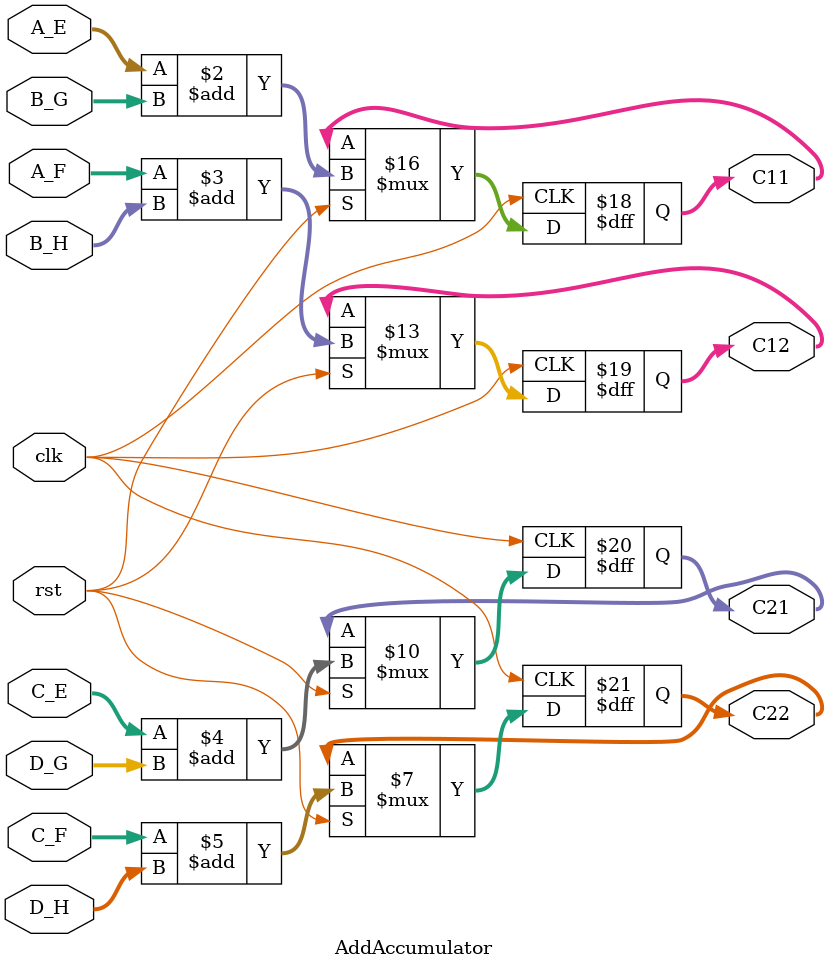
<source format=v>
module AddAccumulator(clk,A_E,B_G,C_E,D_G,A_F,B_H,C_F,D_H,C11,C12,C21,C22,rst);
input [15:0] A_E,B_G,C_E,D_G,A_F,B_H,C_F,D_H;
output reg[23:0] C11,C12,C21,C22;

input clk,rst;
always @(posedge clk)
begin
    if(rst) begin
        C11 = A_E + B_G;
        C12 = A_F + B_H;
        C21 = C_E + D_G;
        C22 = C_F + D_H;
    end
end
endmodule
</source>
